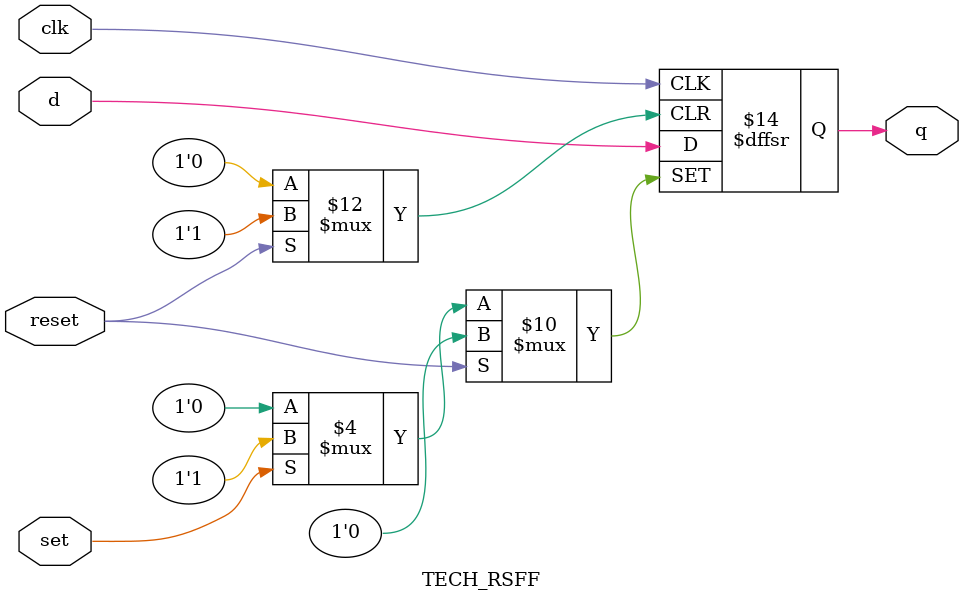
<source format=v>
/* 
Copyright (C) 2009-2010 Parvez Ahmad
Written by Parvez Ahmad <parvez_ahmad@yahoo.co.uk>.

This program is free software: you can redistribute it and/or modify
it under the terms of the GNU General Public License as published by
the Free Software Foundation; either version 3 of the License, or
(at your option) any later version.

This program is distributed in the hope that it will be useful,
but WITHOUT ANY WARRANTY; without even the implied warranty of
MERCHANTABILITY or FITNESS FOR A PARTICULAR PURPOSE.  See the
GNU General Public License for more details.

You should have received a copy of the GNU General Public License
along with this program.  If not, see <http://www.gnu.org/licenses/>.  */

module TECH_RSFF(input d, clk, reset, set, output reg q);
always @(posedge clk or posedge reset or posedge set) 
    if(reset)
	    q <= 0;
	else if(set)
	    q <= 1;
	else	
        q <= d;
endmodule



</source>
